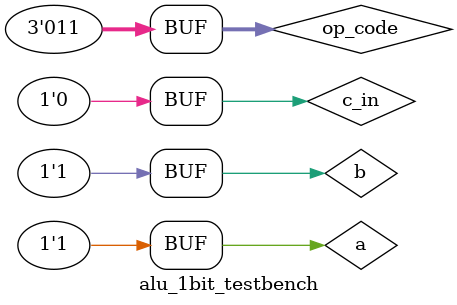
<source format=v>
`define DELAY 20
module alu_1bit_testbench();

reg a, b, c_in;
reg [2:0] op_code;
wire result, c_out;

alu_1bit test_ALU (a, b, op_code, c_in, result, c_out);

initial begin
  /* test and */
  op_code = 3'b000;
  a = 1'b1;
  b = 1'b0;
  c_in = 1'b0;
  #`DELAY;
  
  
  /* test or */
  op_code = 3'b001;
  a = 1'b1;
  b = 1'b0;
  c_in = 1'b0;
  #`DELAY;
  
  
  /* test0 add */
  op_code = 3'b010;
  a = 1'b1;
  b = 1'b0;
  c_in = 1'b0;
  #`DELAY;
  
  
  /* test1 add */
  op_code = 3'b010;
  a = 1'b1;
  b = 1'b1;
  c_in = 1'b0;
  #`DELAY;
  
  
  /* test2 add */
  op_code = 3'b010;
  a = 1'b0;
  b = 1'b0;
  c_in = 1'b0;
  #`DELAY;
  
  
  /* test0 subtract */
  op_code = 3'b110;
  a = 1'b1;
  b = 1'b0;
  c_in = 1'b0;
  #`DELAY;
  
  
  /* test1 subtract */
  op_code = 3'b110;
  a = 1'b1;
  b = 1'b1;
  c_in = 1'b0;
  #`DELAY;
  
  
  /* test2 subtract */
  op_code = 3'b110;
  a = 1'b0;
  b = 1'b1;
  c_in = 1'b0;
  #`DELAY;
  
  
  /* test3 subtract */
  op_code = 3'b110;
  a = 1'b0;
  b = 1'b0;
  c_in = 1'b0;
  #`DELAY;
  
  
  /* test0 xor */
  op_code = 3'b011;
  a = 1'b0;
  b = 1'b0;
  c_in = 1'b0;
  #`DELAY;
  
  /* test1 xor */
  op_code = 3'b011;
  a = 1'b1;
  b = 1'b0;
  c_in = 1'b0;
  #`DELAY;
  
  /* test2 xor */
  op_code = 3'b011;
  a = 1'b0;
  b = 1'b1;
  c_in = 1'b0;
  #`DELAY;
  
  /* test3 xor */
  op_code = 3'b011;
  a = 1'b1;
  b = 1'b1;
  c_in = 1'b0;
	/*
	///////////////////////////////////AND
	a=1'b0;
	b=1'b0;
	op_code = 3'b000;
	c_in=op_code[2];
	#`DELAY;
	
	a=1'b1;
	b=1'b1;
	op_code = 3'b000;
	c_in=op_code[2];
	#`DELAY;
	
	a=1'b1;
	b=1'b0;
	op_code = 3'b000;
	c_in=op_code[2];
	#`DELAY;
	
	a=1'b0;
	b=1'b1;
	op_code = 3'b000;
	c_in=op_code[2];
	#`DELAY;
	
	///////////////////////////////////OR
	a=1'b0;
	b=1'b0;
	op_code = 3'b001;
	c_in=op_code[2];
	#`DELAY;
	
	a=1'b1;
	b=1'b1;
	op_code = 3'b001;
	c_in=op_code[2];
	#`DELAY;
	
	a=1'b1;
	b=1'b0;
	op_code = 3'b001;
	c_in=op_code[2];
	#`DELAY;
	
	a=1'b0;
	b=1'b1;
	op_code = 3'b001;
	c_in=op_code[2];
	#`DELAY;
	
	///////////////////////////////////ADD carry = 0
	a=1'b0;
	b=1'b0;
	op_code = 3'b010;
	c_in=op_code[2];
	#`DELAY;
	
	a=1'b1;
	b=1'b1;
	op_code = 3'b010;
	c_in=op_code[2];
	#`DELAY;
	
	a=1'b1;
	b=1'b0;
	op_code = 3'b010;
	c_in=op_code[2];
	#`DELAY;
	
	a=1'b0;
	b=1'b1;
	op_code = 3'b010;
	c_in=op_code[2];
	#`DELAY;
	
	///////////////////////////////////ADD carry = 1
	a=1'b0;
	b=1'b0;
	op_code = 3'b010;
	c_in=1'b1;
	#`DELAY;
	
	a=1'b1;
	b=1'b1;
	op_code = 3'b010;
	c_in=1'b1;
	#`DELAY;
	
	a=1'b1;
	b=1'b0;
	op_code = 3'b010;
	c_in=1'b1;
	#`DELAY;
	
	a=1'b0;
	b=1'b1;
	op_code = 3'b010;
	c_in=1'b1;
	#`DELAY;
	
	///////////////////////////////////SUBTRACT
	a=1'b0;
	b=1'b0;
	op_code = 3'b110;
	c_in=op_code[2];
	#`DELAY;
	
	a=1'b1;
	b=1'b1;
	op_code = 3'b110;
	c_in=op_code[2];
	#`DELAY;
	
	a=1'b1;
	b=1'b0;
	op_code = 3'b110;
	c_in=op_code[2];
	#`DELAY;
	
	a=1'b0;
	b=1'b1;
	op_code = 3'b110;
	c_in=op_code[2];
	#`DELAY;
	
	///////////////////////////////////XOR
	a=1'b0;
	b=1'b0;
	op_code = 3'b011;
	c_in=op_code[2];
	#`DELAY;
	
	a=1'b1;
	b=1'b1;
	op_code = 3'b011;
	c_in=op_code[2];
	#`DELAY;
	
	a=1'b1;
	b=1'b0;
	op_code = 3'b011;
	c_in=op_code[2];
	#`DELAY;
	
	a=1'b0;
	b=1'b1;
	op_code = 3'b011;
	c_in=op_code[2];
	#`DELAY;
	*/
	
end

initial begin
	$monitor("a=%1b, b=%1b, op_code=%3b, c_in=%1b, result=%1b, c_out=%1b", a, b, op_code, c_in, result, c_out);
end
endmodule

/*
ALUop		Function
000		AND
001		OR
010		ADD
110		SUBTRACT
011		XOR
*/

</source>
